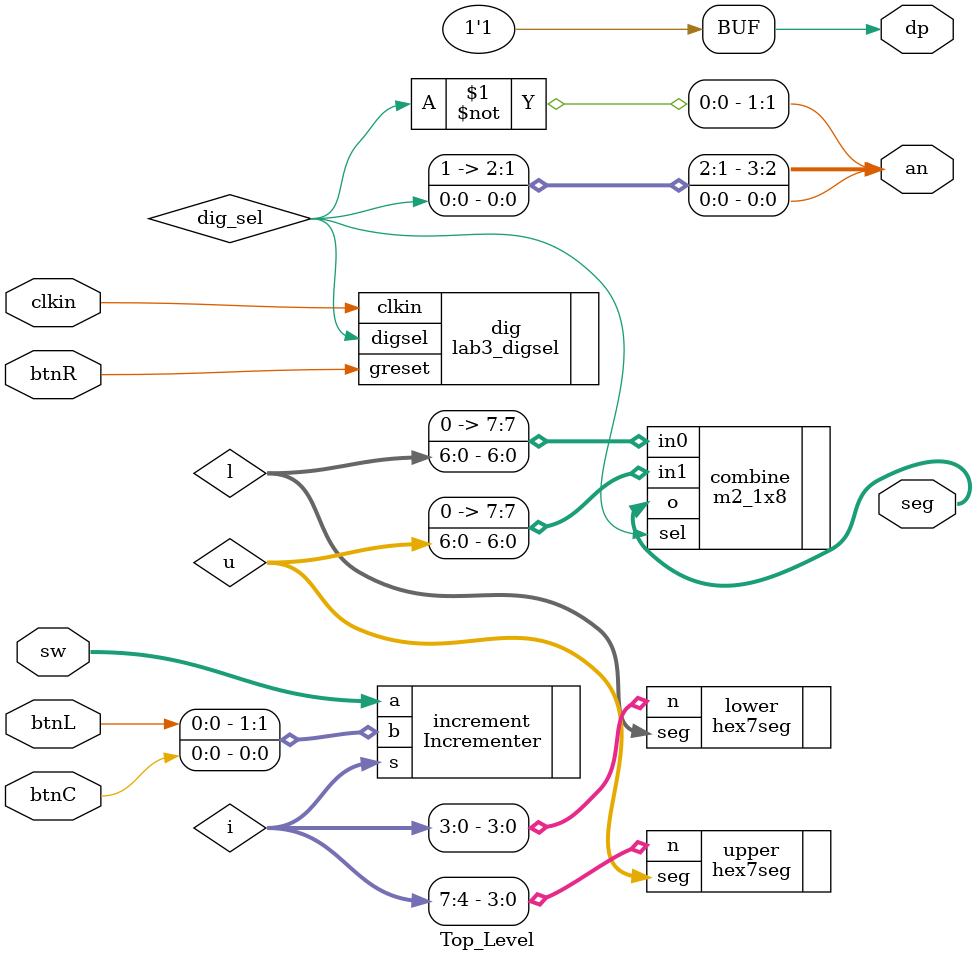
<source format=v>
`timescale 1ns / 1ps


module Top_Level(
    input [7:0] sw,
    input btnL,
    input btnC,
    input btnR,
    input clkin,
    output [6:0] seg,
    output dp,
    output [3:0] an
    );
    wire [7:0]i;
    wire [6:0]u;
    wire [6:0]l;
    wire dig_sel;
    
    lab3_digsel dig (.clkin(clkin), .greset(btnR), .digsel(dig_sel));
    Incrementer increment (.a(sw), .b({btnL, btnC}), .s(i));
    hex7seg lower (.n(i[3:0]), .seg(l));
    hex7seg upper (.n(i[7:4]), .seg(u));
    m2_1x8 combine (.in0({1'b0,l}),.in1({1'b0,u}),.sel(dig_sel),.o(seg));
    //m2_1x8 combine (.in0(l),.in1(u),.sel(0),.o(seg));
    assign an[0] = dig_sel;
    assign an[1] = ~dig_sel;
    assign an[2] = 1'b1;
    assign an[3] = 1'b1;
    assign dp = 1'b1;
    
    
endmodule

</source>
